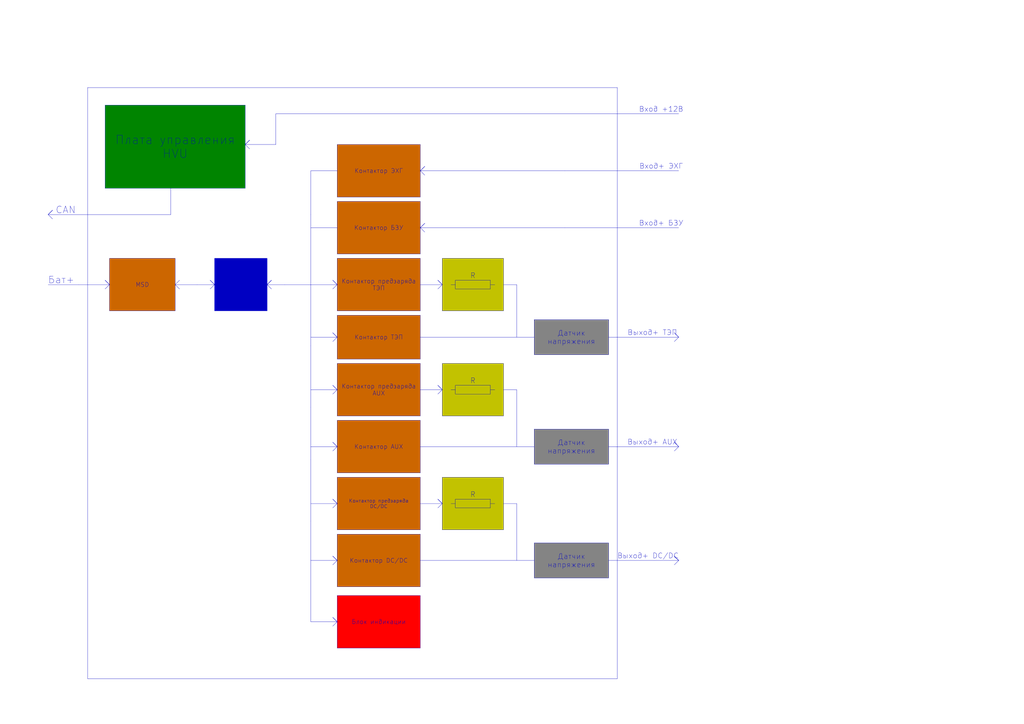
<source format=kicad_sch>
(kicad_sch
	(version 20231120)
	(generator "eeschema")
	(generator_version "8.0")
	(uuid "ccb947bb-23f7-41f0-8290-83377672ffcc")
	(paper "A2")
	(title_block
		(title "Блок коммутаций HVU")
		(company "ООО \"Электротранспортные технологии\"")
		(comment 1 "НВЦТ. 0001.0400.001 Э1")
	)
	(lib_symbols)
	(polyline
		(pts
			(xy 243.84 259.08) (xy 309.88 259.08)
		)
		(stroke
			(width 0)
			(type default)
		)
		(uuid "06dd996b-43f3-4a0e-a4b3-534838adbf14")
	)
	(polyline
		(pts
			(xy 391.16 322.58) (xy 393.7 325.12)
		)
		(stroke
			(width 0)
			(type default)
		)
		(uuid "099f2b23-2692-4dea-886d-b12247e45d64")
	)
	(polyline
		(pts
			(xy 180.34 132.08) (xy 195.58 132.08)
		)
		(stroke
			(width 0)
			(type default)
		)
		(uuid "0b3191bc-58bf-4f17-a33f-b4c8950fd35a")
	)
	(polyline
		(pts
			(xy 254 167.64) (xy 256.54 165.1)
		)
		(stroke
			(width 0)
			(type default)
		)
		(uuid "0c82b8e5-2c37-46f2-bcd1-36008c1983ce")
	)
	(polyline
		(pts
			(xy 180.34 226.06) (xy 195.58 226.06)
		)
		(stroke
			(width 0)
			(type default)
		)
		(uuid "0ddb6e58-defc-44cb-9ab5-68b39f8b5170")
	)
	(polyline
		(pts
			(xy 391.16 327.66) (xy 393.7 325.12)
		)
		(stroke
			(width 0)
			(type default)
		)
		(uuid "0fa58b19-b476-42a1-8737-c8e03a17eebf")
	)
	(polyline
		(pts
			(xy 391.16 261.62) (xy 393.7 259.08)
		)
		(stroke
			(width 0)
			(type default)
		)
		(uuid "11ac5576-2464-4c3b-9856-33e1c34b1c42")
	)
	(polyline
		(pts
			(xy 104.14 162.56) (xy 101.6 165.1)
		)
		(stroke
			(width 0)
			(type default)
		)
		(uuid "18b7785c-1ced-426b-a790-232a6c537bcd")
	)
	(polyline
		(pts
			(xy 243.84 99.06) (xy 327.66 99.06)
		)
		(stroke
			(width 0)
			(type default)
		)
		(uuid "1b965eae-b0a0-4529-9e0e-1dc1fa839f9b")
	)
	(polyline
		(pts
			(xy 243.84 99.06) (xy 246.38 101.6)
		)
		(stroke
			(width 0)
			(type default)
		)
		(uuid "1ff40712-07b0-424f-825f-01b7094f1196")
	)
	(polyline
		(pts
			(xy 154.94 165.1) (xy 157.48 167.64)
		)
		(stroke
			(width 0)
			(type default)
		)
		(uuid "216bcc35-5e5f-4c0c-8e43-72211cf1bfe9")
	)
	(polyline
		(pts
			(xy 391.16 256.54) (xy 393.7 259.08)
		)
		(stroke
			(width 0)
			(type default)
		)
		(uuid "228d4a94-bb1c-4f6c-a089-05c494813a3e")
	)
	(polyline
		(pts
			(xy 243.84 132.08) (xy 246.38 129.54)
		)
		(stroke
			(width 0)
			(type default)
		)
		(uuid "23975f49-561c-4f19-b021-14d14bd1af35")
	)
	(polyline
		(pts
			(xy 243.84 132.08) (xy 246.38 134.62)
		)
		(stroke
			(width 0)
			(type default)
		)
		(uuid "24666026-8b60-4d4b-9280-230f3dbd8805")
	)
	(polyline
		(pts
			(xy 160.02 66.04) (xy 393.7 66.04)
		)
		(stroke
			(width 0)
			(type default)
		)
		(uuid "253f50df-f02c-4bfa-be19-9be842613a17")
	)
	(polyline
		(pts
			(xy 180.34 302.26) (xy 180.34 325.12)
		)
		(stroke
			(width 0)
			(type default)
		)
		(uuid "274de40f-1f07-44b8-8c7b-43141dd3f3f0")
	)
	(polyline
		(pts
			(xy 193.04 327.66) (xy 195.58 325.12)
		)
		(stroke
			(width 0)
			(type default)
		)
		(uuid "28627060-bd1e-4969-a469-70d5e7cca379")
	)
	(polyline
		(pts
			(xy 327.66 99.06) (xy 393.7 99.06)
		)
		(stroke
			(width 0)
			(type default)
		)
		(uuid "2de92f2c-0fc2-4d5b-b53d-129a3d4ac1ba")
	)
	(polyline
		(pts
			(xy 254 223.52) (xy 256.54 226.06)
		)
		(stroke
			(width 0)
			(type default)
		)
		(uuid "2edd64f1-e681-4c02-8655-bf5d0d76b87b")
	)
	(polyline
		(pts
			(xy 27.94 124.46) (xy 99.06 124.46)
		)
		(stroke
			(width 0)
			(type default)
		)
		(uuid "33128d1c-f292-45a9-87d0-ed8e23985221")
	)
	(polyline
		(pts
			(xy 45.72 165.1) (xy 63.5 165.1)
		)
		(stroke
			(width 0)
			(type default)
		)
		(uuid "34430d93-2b37-4b87-aadf-294149e59f52")
	)
	(polyline
		(pts
			(xy 358.14 195.58) (xy 393.7 195.58)
		)
		(stroke
			(width 0)
			(type default)
		)
		(uuid "34c9e53d-caad-47b2-b7d0-bb8f4b464337")
	)
	(polyline
		(pts
			(xy 358.14 259.08) (xy 393.7 259.08)
		)
		(stroke
			(width 0)
			(type default)
		)
		(uuid "35ec1812-0b7e-4380-b9f1-55b1014f7de4")
	)
	(polyline
		(pts
			(xy 180.34 124.46) (xy 180.34 165.1)
		)
		(stroke
			(width 0)
			(type default)
		)
		(uuid "36d12602-edd4-4ac8-8b3a-1df6089e21ac")
	)
	(polyline
		(pts
			(xy 180.34 325.12) (xy 195.58 325.12)
		)
		(stroke
			(width 0)
			(type default)
		)
		(uuid "38e42412-2ee3-4b3b-9e9d-8b148774968e")
	)
	(polyline
		(pts
			(xy 180.34 325.12) (xy 180.34 360.68)
		)
		(stroke
			(width 0)
			(type default)
		)
		(uuid "39cdcc8b-5eb3-45f2-a834-0eec796c0c8f")
	)
	(polyline
		(pts
			(xy 193.04 261.62) (xy 195.58 259.08)
		)
		(stroke
			(width 0)
			(type default)
		)
		(uuid "3a621418-d9b9-4e3b-83ee-b899dbb3f4ec")
	)
	(polyline
		(pts
			(xy 60.96 167.64) (xy 63.5 165.1)
		)
		(stroke
			(width 0)
			(type default)
		)
		(uuid "3e648f36-ea52-4db4-85e2-c9afc87abe0a")
	)
	(polyline
		(pts
			(xy 193.04 294.64) (xy 195.58 292.1)
		)
		(stroke
			(width 0)
			(type default)
		)
		(uuid "41efc411-4b2c-45bc-8875-f13aecd085f9")
	)
	(polyline
		(pts
			(xy 299.72 165.1) (xy 299.72 195.58)
		)
		(stroke
			(width 0)
			(type default)
		)
		(uuid "43008ad4-ccc9-4817-af36-32619a7d78d7")
	)
	(polyline
		(pts
			(xy 142.24 83.82) (xy 144.78 86.36)
		)
		(stroke
			(width 0)
			(type default)
		)
		(uuid "45c33cbb-a1e8-4581-8208-62f707cd3c30")
	)
	(polyline
		(pts
			(xy 243.84 132.08) (xy 246.38 129.54)
		)
		(stroke
			(width 0)
			(type default)
		)
		(uuid "46b68a4c-9100-45a9-8f28-ade955612afa")
	)
	(polyline
		(pts
			(xy 353.06 259.08) (xy 358.14 259.08)
		)
		(stroke
			(width 0)
			(type default)
		)
		(uuid "49228162-0421-4b84-9bfc-60c0e978c546")
	)
	(polyline
		(pts
			(xy 193.04 289.56) (xy 195.58 292.1)
		)
		(stroke
			(width 0)
			(type default)
		)
		(uuid "4d634662-fa7a-4866-acfe-ea3fd7bbf711")
	)
	(polyline
		(pts
			(xy 193.04 193.04) (xy 195.58 195.58)
		)
		(stroke
			(width 0)
			(type default)
		)
		(uuid "4e9ce879-29b3-419d-85b6-82217dc0d235")
	)
	(polyline
		(pts
			(xy 391.16 198.12) (xy 393.7 195.58)
		)
		(stroke
			(width 0)
			(type default)
		)
		(uuid "50860cb7-1d9c-4213-bbf4-b0757dc82014")
	)
	(polyline
		(pts
			(xy 180.34 195.58) (xy 195.58 195.58)
		)
		(stroke
			(width 0)
			(type default)
		)
		(uuid "51f40344-606e-4bc5-8d61-54f13e4fb6a5")
	)
	(polyline
		(pts
			(xy 254 228.6) (xy 256.54 226.06)
		)
		(stroke
			(width 0)
			(type default)
		)
		(uuid "57b6caf3-8a25-49f9-b5c0-ac696c95f2bc")
	)
	(polyline
		(pts
			(xy 180.34 292.1) (xy 195.58 292.1)
		)
		(stroke
			(width 0)
			(type default)
		)
		(uuid "598e77f7-5205-4c48-9d6b-799f05ce8653")
	)
	(polyline
		(pts
			(xy 292.1 165.1) (xy 299.72 165.1)
		)
		(stroke
			(width 0)
			(type default)
		)
		(uuid "5b31bc93-2e68-468c-b1a4-4ba4e16cdd82")
	)
	(polyline
		(pts
			(xy 101.6 165.1) (xy 114.3 165.1)
		)
		(stroke
			(width 0)
			(type default)
		)
		(uuid "5ea8abb1-6794-4a29-8742-ac6c85b790bf")
	)
	(polyline
		(pts
			(xy 121.92 162.56) (xy 124.46 165.1)
		)
		(stroke
			(width 0)
			(type default)
		)
		(uuid "5f51bdd2-57de-431f-a46a-dbc88f8b2910")
	)
	(polyline
		(pts
			(xy 180.34 266.7) (xy 180.34 302.26)
		)
		(stroke
			(width 0)
			(type default)
		)
		(uuid "5f8d4651-cede-4bd1-ad08-586b0cafc07a")
	)
	(polyline
		(pts
			(xy 180.34 165.1) (xy 195.58 165.1)
		)
		(stroke
			(width 0)
			(type default)
		)
		(uuid "61e77d2b-4135-405a-8bb3-2d43c6d1f074")
	)
	(polyline
		(pts
			(xy 104.14 167.64) (xy 101.6 165.1)
		)
		(stroke
			(width 0)
			(type default)
		)
		(uuid "6471297f-7d10-4f63-aae7-aff29ee2c0cc")
	)
	(polyline
		(pts
			(xy 154.94 165.1) (xy 157.48 162.56)
		)
		(stroke
			(width 0)
			(type default)
		)
		(uuid "69bbee40-3415-4841-a17e-1f13fc472109")
	)
	(polyline
		(pts
			(xy 254 162.56) (xy 256.54 165.1)
		)
		(stroke
			(width 0)
			(type default)
		)
		(uuid "6a25b385-24a3-4c04-bb88-72180a87b4f3")
	)
	(polyline
		(pts
			(xy 193.04 223.52) (xy 195.58 226.06)
		)
		(stroke
			(width 0)
			(type default)
		)
		(uuid "6a450875-c423-43df-b702-4500ee15f74a")
	)
	(polyline
		(pts
			(xy 391.16 322.58) (xy 393.7 325.12)
		)
		(stroke
			(width 0)
			(type default)
		)
		(uuid "6c059c61-066e-4665-8a85-37e867c2ade6")
	)
	(polyline
		(pts
			(xy 180.34 259.08) (xy 195.58 259.08)
		)
		(stroke
			(width 0)
			(type default)
		)
		(uuid "6c9cacd9-3f23-4b47-a15d-1b6ce64814da")
	)
	(polyline
		(pts
			(xy 193.04 358.14) (xy 195.58 360.68)
		)
		(stroke
			(width 0)
			(type default)
		)
		(uuid "70118163-02bd-4d54-bcb1-bd4dc10dc025")
	)
	(polyline
		(pts
			(xy 243.84 292.1) (xy 256.54 292.1)
		)
		(stroke
			(width 0)
			(type default)
		)
		(uuid "704b3561-9e3c-4dd0-8565-79c7f4287f9f")
	)
	(polyline
		(pts
			(xy 254 162.56) (xy 256.54 165.1)
		)
		(stroke
			(width 0)
			(type default)
		)
		(uuid "714d95fa-d80c-42d7-af93-cee8e402c838")
	)
	(polyline
		(pts
			(xy 254 289.56) (xy 256.54 292.1)
		)
		(stroke
			(width 0)
			(type default)
		)
		(uuid "71bb7771-98aa-4b7e-94e3-a5efc54c8a45")
	)
	(polyline
		(pts
			(xy 121.92 167.64) (xy 124.46 165.1)
		)
		(stroke
			(width 0)
			(type default)
		)
		(uuid "7666a36b-f7e6-4819-82f7-df7ad3bca8f1")
	)
	(polyline
		(pts
			(xy 327.66 132.08) (xy 393.7 132.08)
		)
		(stroke
			(width 0)
			(type default)
		)
		(uuid "7c981a9d-d0ae-4bdf-98bb-bfdcb40861e3")
	)
	(polyline
		(pts
			(xy 243.84 325.12) (xy 309.88 325.12)
		)
		(stroke
			(width 0)
			(type default)
		)
		(uuid "7cb8dcdd-d58c-4f57-8c65-3a6c680645ae")
	)
	(polyline
		(pts
			(xy 180.34 99.06) (xy 195.58 99.06)
		)
		(stroke
			(width 0)
			(type default)
		)
		(uuid "7ddf1fa2-55cd-4f7e-b9c8-b5d7bd0d9de2")
	)
	(polyline
		(pts
			(xy 243.84 132.08) (xy 246.38 132.08)
		)
		(stroke
			(width 0)
			(type default)
		)
		(uuid "7e35f446-ced1-4c63-afad-b2484c21319d")
	)
	(polyline
		(pts
			(xy 27.94 124.46) (xy 30.48 121.92)
		)
		(stroke
			(width 0)
			(type default)
		)
		(uuid "803591f6-7413-4b08-9332-533d18c63a31")
	)
	(polyline
		(pts
			(xy 60.96 162.56) (xy 63.5 165.1)
		)
		(stroke
			(width 0)
			(type default)
		)
		(uuid "834cbec6-6ecd-4c24-9ac0-0fd36da16a0b")
	)
	(polyline
		(pts
			(xy 27.94 165.1) (xy 45.72 165.1)
		)
		(stroke
			(width 0)
			(type default)
		)
		(uuid "857df2cc-3159-42e4-b8f9-2a2c647638bf")
	)
	(polyline
		(pts
			(xy 261.62 292.1) (xy 264.16 292.1)
		)
		(stroke
			(width 0)
			(type default)
		)
		(uuid "85a1151e-f0f6-445c-b5fb-6fd4b5a3e17e")
	)
	(polyline
		(pts
			(xy 180.34 165.1) (xy 180.34 200.66)
		)
		(stroke
			(width 0)
			(type default)
		)
		(uuid "8747dfff-9dca-4f90-980c-0f7703a89876")
	)
	(polyline
		(pts
			(xy 193.04 256.54) (xy 195.58 259.08)
		)
		(stroke
			(width 0)
			(type default)
		)
		(uuid "894f9873-8118-4026-8ff6-80223141a7b4")
	)
	(polyline
		(pts
			(xy 193.04 358.14) (xy 195.58 360.68)
		)
		(stroke
			(width 0)
			(type default)
		)
		(uuid "8e090fc8-b969-407a-80ce-828ab4397d93")
	)
	(polyline
		(pts
			(xy 353.06 195.58) (xy 358.14 195.58)
		)
		(stroke
			(width 0)
			(type default)
		)
		(uuid "8e2f6f3b-c0b3-49fd-86a8-1e419c6925bd")
	)
	(polyline
		(pts
			(xy 114.3 165.1) (xy 124.46 165.1)
		)
		(stroke
			(width 0)
			(type default)
		)
		(uuid "91c9176f-1844-40ea-93c9-110561b10b82")
	)
	(polyline
		(pts
			(xy 299.72 292.1) (xy 299.72 325.12)
		)
		(stroke
			(width 0)
			(type default)
		)
		(uuid "927cee1e-d06c-4fa1-b268-cd3f21020e00")
	)
	(polyline
		(pts
			(xy 99.06 109.22) (xy 99.06 124.46)
		)
		(stroke
			(width 0)
			(type default)
		)
		(uuid "94ada27e-ff52-477d-aa71-604006c564e1")
	)
	(polyline
		(pts
			(xy 165.1 165.1) (xy 180.34 165.1)
		)
		(stroke
			(width 0)
			(type default)
		)
		(uuid "9751329a-3192-466f-9a71-9b8cc92ecbac")
	)
	(polyline
		(pts
			(xy 254 294.64) (xy 256.54 292.1)
		)
		(stroke
			(width 0)
			(type default)
		)
		(uuid "98c40b8f-ccce-4abb-abc3-35ae129702ab")
	)
	(polyline
		(pts
			(xy 180.34 259.08) (xy 180.34 266.7)
		)
		(stroke
			(width 0)
			(type default)
		)
		(uuid "9aad92f3-0e3f-422a-9961-fae9b2bc0eb7")
	)
	(polyline
		(pts
			(xy 27.94 124.46) (xy 30.48 121.92)
		)
		(stroke
			(width 0)
			(type default)
		)
		(uuid "9b0ab5c8-565b-433f-b53b-37ae64821a68")
	)
	(polyline
		(pts
			(xy 142.24 83.82) (xy 160.02 83.82)
		)
		(stroke
			(width 0)
			(type default)
		)
		(uuid "9cdf1348-cba3-4e27-84d3-d42be4bd0b82")
	)
	(polyline
		(pts
			(xy 391.16 256.54) (xy 393.7 259.08)
		)
		(stroke
			(width 0)
			(type default)
		)
		(uuid "9ed0207a-d964-4957-a8fc-3b417233a57e")
	)
	(polyline
		(pts
			(xy 299.72 226.06) (xy 299.72 259.08)
		)
		(stroke
			(width 0)
			(type default)
		)
		(uuid "a1510779-0365-4082-af35-c4d255d0c664")
	)
	(polyline
		(pts
			(xy 284.48 226.06) (xy 287.02 226.06)
		)
		(stroke
			(width 0)
			(type default)
		)
		(uuid "a1f410f8-d478-4997-8a41-2e0c9d4e19d1")
	)
	(polyline
		(pts
			(xy 391.16 193.04) (xy 393.7 195.58)
		)
		(stroke
			(width 0)
			(type default)
		)
		(uuid "a256afa5-e2e9-4e51-87c7-54dcc93914d9")
	)
	(polyline
		(pts
			(xy 60.96 162.56) (xy 63.5 165.1)
		)
		(stroke
			(width 0)
			(type default)
		)
		(uuid "a4678507-15e0-43a8-a1d4-9a20ee0cb065")
	)
	(polyline
		(pts
			(xy 243.84 195.58) (xy 309.88 195.58)
		)
		(stroke
			(width 0)
			(type default)
		)
		(uuid "a568282f-0f1c-413d-b00e-7911242baffe")
	)
	(polyline
		(pts
			(xy 261.62 165.1) (xy 264.16 165.1)
		)
		(stroke
			(width 0)
			(type default)
		)
		(uuid "a57bc494-08aa-4667-aac6-2a78e379063b")
	)
	(polyline
		(pts
			(xy 180.34 99.06) (xy 180.34 124.46)
		)
		(stroke
			(width 0)
			(type default)
		)
		(uuid "a66b571e-f33e-4c20-b60f-4b6009b1f1d3")
	)
	(polyline
		(pts
			(xy 292.1 226.06) (xy 299.72 226.06)
		)
		(stroke
			(width 0)
			(type default)
		)
		(uuid "a754fa7f-d342-46eb-b967-8d664e253199")
	)
	(polyline
		(pts
			(xy 142.24 83.82) (xy 144.78 81.28)
		)
		(stroke
			(width 0)
			(type default)
		)
		(uuid "aaa6d638-5878-4c81-84d7-a57e203cf9be")
	)
	(polyline
		(pts
			(xy 284.48 292.1) (xy 287.02 292.1)
		)
		(stroke
			(width 0)
			(type default)
		)
		(uuid "b25b8de9-91dc-4670-903f-58f9540e7059")
	)
	(polyline
		(pts
			(xy 246.38 96.52) (xy 243.84 99.06)
		)
		(stroke
			(width 0)
			(type default)
		)
		(uuid "b2c28fd9-32b0-4c7e-8621-244c34b6928b")
	)
	(polyline
		(pts
			(xy 180.34 236.22) (xy 180.34 259.08)
		)
		(stroke
			(width 0)
			(type default)
		)
		(uuid "b4d2bdfb-5537-4ce5-b590-e60278464fb2")
	)
	(polyline
		(pts
			(xy 193.04 223.52) (xy 195.58 226.06)
		)
		(stroke
			(width 0)
			(type default)
		)
		(uuid "b5fc2cf5-22e8-45d0-8567-ffd530d9cff7")
	)
	(polyline
		(pts
			(xy 243.84 226.06) (xy 256.54 226.06)
		)
		(stroke
			(width 0)
			(type default)
		)
		(uuid "b8db80a9-d422-472e-8bdd-517461fa5814")
	)
	(polyline
		(pts
			(xy 243.84 165.1) (xy 256.54 165.1)
		)
		(stroke
			(width 0)
			(type default)
		)
		(uuid "bd3b6526-6902-4eb8-aa2b-30e835e36433")
	)
	(polyline
		(pts
			(xy 193.04 322.58) (xy 195.58 325.12)
		)
		(stroke
			(width 0)
			(type default)
		)
		(uuid "c0173d27-0fdc-4604-bcf2-e9e64b1d1e6c")
	)
	(polyline
		(pts
			(xy 193.04 167.64) (xy 195.58 165.1)
		)
		(stroke
			(width 0)
			(type default)
		)
		(uuid "c40990a5-4973-468d-a453-33b771904e2b")
	)
	(polyline
		(pts
			(xy 193.04 193.04) (xy 195.58 195.58)
		)
		(stroke
			(width 0)
			(type default)
		)
		(uuid "c5949691-1766-4cf9-a1b2-41891d4e804b")
	)
	(polyline
		(pts
			(xy 292.1 292.1) (xy 299.72 292.1)
		)
		(stroke
			(width 0)
			(type default)
		)
		(uuid "c5c91521-cd47-485c-bfd9-5eca16103e68")
	)
	(polyline
		(pts
			(xy 180.34 200.66) (xy 180.34 236.22)
		)
		(stroke
			(width 0)
			(type default)
		)
		(uuid "c714efab-437f-4040-840c-1cfddfd161a1")
	)
	(polyline
		(pts
			(xy 254 289.56) (xy 256.54 292.1)
		)
		(stroke
			(width 0)
			(type default)
		)
		(uuid "c7d97229-3565-4516-a76f-c7a49bed6d38")
	)
	(polyline
		(pts
			(xy 261.62 226.06) (xy 264.16 226.06)
		)
		(stroke
			(width 0)
			(type default)
		)
		(uuid "cacc4379-7e32-4c16-8293-ae87248e2e42")
	)
	(polyline
		(pts
			(xy 243.84 99.06) (xy 246.38 96.52)
		)
		(stroke
			(width 0)
			(type default)
		)
		(uuid "d0cdfe7f-784d-4a22-b24b-cd2bc2ec7b51")
	)
	(polyline
		(pts
			(xy 254 223.52) (xy 256.54 226.06)
		)
		(stroke
			(width 0)
			(type default)
		)
		(uuid "d2d27c7a-00dc-4a9b-a9f1-4a6c6e84dd49")
	)
	(polyline
		(pts
			(xy 193.04 162.56) (xy 195.58 165.1)
		)
		(stroke
			(width 0)
			(type default)
		)
		(uuid "d46d8bb5-7712-4803-a3e2-143603945e58")
	)
	(polyline
		(pts
			(xy 193.04 198.12) (xy 195.58 195.58)
		)
		(stroke
			(width 0)
			(type default)
		)
		(uuid "d83babdb-2f2b-4c64-b392-dfbc3f2d7686")
	)
	(polyline
		(pts
			(xy 358.14 325.12) (xy 393.7 325.12)
		)
		(stroke
			(width 0)
			(type default)
		)
		(uuid "d8a769c0-5fac-412b-904a-948b4e1a1e11")
	)
	(polyline
		(pts
			(xy 121.92 162.56) (xy 124.46 165.1)
		)
		(stroke
			(width 0)
			(type default)
		)
		(uuid "d90e67f8-a1fc-4206-90f4-6ed260099ae3")
	)
	(polyline
		(pts
			(xy 180.34 360.68) (xy 195.58 360.68)
		)
		(stroke
			(width 0)
			(type default)
		)
		(uuid "d9a6e25f-da58-49fa-b8a9-251959d82651")
	)
	(polyline
		(pts
			(xy 193.04 228.6) (xy 195.58 226.06)
		)
		(stroke
			(width 0)
			(type default)
		)
		(uuid "e1894bf8-7c95-4dce-aaae-433ee2507d10")
	)
	(polyline
		(pts
			(xy 193.04 363.22) (xy 195.58 360.68)
		)
		(stroke
			(width 0)
			(type default)
		)
		(uuid "e23ff4f7-f3e9-47ef-b55a-da784a0bea43")
	)
	(polyline
		(pts
			(xy 160.02 66.04) (xy 160.02 83.82)
		)
		(stroke
			(width 0)
			(type default)
		)
		(uuid "e4064a04-46ab-4612-9ba8-dd118366068a")
	)
	(polyline
		(pts
			(xy 154.94 165.1) (xy 157.48 162.56)
		)
		(stroke
			(width 0)
			(type default)
		)
		(uuid "e52baa9b-75bd-4d76-be3a-f051fd99a576")
	)
	(polyline
		(pts
			(xy 246.38 132.08) (xy 327.66 132.08)
		)
		(stroke
			(width 0)
			(type default)
		)
		(uuid "e8c13276-5ca5-46d5-8b67-aee48a341b4d")
	)
	(polyline
		(pts
			(xy 27.94 124.46) (xy 30.48 127)
		)
		(stroke
			(width 0)
			(type default)
		)
		(uuid "e9de650b-df0f-4230-9fec-806a600f30fb")
	)
	(polyline
		(pts
			(xy 154.94 165.1) (xy 165.1 165.1)
		)
		(stroke
			(width 0)
			(type default)
		)
		(uuid "ed316017-4485-4fac-9c51-5d83903a0866")
	)
	(polyline
		(pts
			(xy 193.04 256.54) (xy 195.58 259.08)
		)
		(stroke
			(width 0)
			(type default)
		)
		(uuid "f1d76064-52ea-41dd-8beb-09c2a2363f70")
	)
	(polyline
		(pts
			(xy 284.48 165.1) (xy 287.02 165.1)
		)
		(stroke
			(width 0)
			(type default)
		)
		(uuid "f419935f-a55f-4b8a-b5a7-62699586ddcb")
	)
	(polyline
		(pts
			(xy 142.24 83.82) (xy 144.78 81.28)
		)
		(stroke
			(width 0)
			(type default)
		)
		(uuid "f5b840d8-dd79-4c3e-acf4-7b0155a59dbb")
	)
	(polyline
		(pts
			(xy 353.06 325.12) (xy 358.14 325.12)
		)
		(stroke
			(width 0)
			(type default)
		)
		(uuid "f5c1a76b-047c-411c-b9f9-7dfddced8ef0")
	)
	(polyline
		(pts
			(xy 193.04 322.58) (xy 195.58 325.12)
		)
		(stroke
			(width 0)
			(type default)
		)
		(uuid "f81a69a1-19e8-4593-9df2-91493747dc43")
	)
	(polyline
		(pts
			(xy 391.16 193.04) (xy 393.7 195.58)
		)
		(stroke
			(width 0)
			(type default)
		)
		(uuid "f83f082e-955a-4d87-9400-2637bfab252e")
	)
	(polyline
		(pts
			(xy 193.04 162.56) (xy 195.58 165.1)
		)
		(stroke
			(width 0)
			(type default)
		)
		(uuid "f8e04cb5-7137-462d-8a86-cef497343129")
	)
	(polyline
		(pts
			(xy 193.04 289.56) (xy 195.58 292.1)
		)
		(stroke
			(width 0)
			(type default)
		)
		(uuid "fee3a4f0-2099-4215-b65e-62c7fbde7bbc")
	)
	(rectangle
		(start 264.16 162.56)
		(end 284.48 167.64)
		(stroke
			(width 0)
			(type default)
		)
		(fill
			(type none)
		)
		(uuid 587db494-2196-4e83-a527-8f251a84bd41)
	)
	(rectangle
		(start 256.54 149.86)
		(end 292.1 180.34)
		(stroke
			(width 0)
			(type default)
		)
		(fill
			(type color)
			(color 194 194 0 1)
		)
		(uuid 63696b50-4d43-4ae5-ae6a-4edb7510dc3b)
	)
	(rectangle
		(start 50.8 50.8)
		(end 358.14 393.7)
		(stroke
			(width 0)
			(type default)
		)
		(fill
			(type none)
		)
		(uuid 8b229ef6-9283-4ea2-9b7b-d996d32d0f88)
	)
	(rectangle
		(start 256.54 276.86)
		(end 292.1 307.34)
		(stroke
			(width 0)
			(type default)
		)
		(fill
			(type color)
			(color 194 194 0 1)
		)
		(uuid ab6060ee-ba48-40a1-8532-b8af3f1f1414)
	)
	(rectangle
		(start 264.16 289.56)
		(end 284.48 294.64)
		(stroke
			(width 0)
			(type default)
		)
		(fill
			(type none)
		)
		(uuid c81cf813-4538-4e4b-be1f-4c2a863840c4)
	)
	(rectangle
		(start 264.16 223.52)
		(end 284.48 228.6)
		(stroke
			(width 0)
			(type default)
		)
		(fill
			(type none)
		)
		(uuid da647670-aa75-41b2-ac62-ca4446562156)
	)
	(rectangle
		(start 256.54 210.82)
		(end 292.1 241.3)
		(stroke
			(width 0)
			(type default)
		)
		(fill
			(type color)
			(color 194 194 0 1)
		)
		(uuid e35b7b72-b340-4e54-ac25-16170f0889af)
	)
	(text_box "Контактор предзаряда DC/DC"
		(exclude_from_sim no)
		(at 195.58 276.86 0)
		(size 48.26 30.48)
		(stroke
			(width 0)
			(type default)
		)
		(fill
			(type color)
			(color 204 102 0 1)
		)
		(effects
			(font
				(size 2 2)
			)
		)
		(uuid "019a3cf5-043e-4dd6-a3e9-e2affade074b")
	)
	(text_box "Контактор ТЭП"
		(exclude_from_sim no)
		(at 195.58 182.88 0)
		(size 48.26 25.4)
		(stroke
			(width 0)
			(type default)
		)
		(fill
			(type color)
			(color 204 102 0 1)
		)
		(effects
			(font
				(size 2.5 2.5)
			)
		)
		(uuid "06086df4-8acb-42f3-8e69-77ab2f870124")
	)
	(text_box "Контактор БЗУ"
		(exclude_from_sim no)
		(at 195.58 116.84 0)
		(size 48.26 30.48)
		(stroke
			(width 0)
			(type default)
		)
		(fill
			(type color)
			(color 204 102 0 1)
		)
		(effects
			(font
				(size 2.5 2.5)
			)
		)
		(uuid "0d29f2d0-5839-4131-82ec-551e1fde968b")
	)
	(text_box "Датчик напряжения"
		(exclude_from_sim no)
		(at 309.88 248.92 0)
		(size 43.18 20.32)
		(stroke
			(width 0)
			(type default)
		)
		(fill
			(type color)
			(color 132 132 132 1)
		)
		(effects
			(font
				(size 3 3)
			)
		)
		(uuid "2804f626-f2c4-4e43-a190-d2e77b9b06d7")
	)
	(text_box "Контактор AUX"
		(exclude_from_sim no)
		(at 195.58 243.84 0)
		(size 48.26 30.48)
		(stroke
			(width 0)
			(type default)
		)
		(fill
			(type color)
			(color 204 102 0 1)
		)
		(effects
			(font
				(size 2.5 2.5)
			)
		)
		(uuid "2dd67e6e-7a19-457c-9c8f-f490e152d862")
	)
	(text_box "Датчик напряжения"
		(exclude_from_sim no)
		(at 309.88 314.96 0)
		(size 43.18 20.32)
		(stroke
			(width 0)
			(type default)
		)
		(fill
			(type color)
			(color 132 132 132 1)
		)
		(effects
			(font
				(size 3 3)
			)
		)
		(uuid "42e20d22-69a3-47ff-b9e0-28bbf5eb5ecd")
	)
	(text_box "Контактор ЭХГ"
		(exclude_from_sim no)
		(at 195.58 83.82 0)
		(size 48.26 30.48)
		(stroke
			(width 0)
			(type default)
		)
		(fill
			(type color)
			(color 204 102 0 1)
		)
		(effects
			(font
				(size 2.5 2.5)
			)
		)
		(uuid "6f6bbb7e-45fd-46e4-85b5-f4fac6eedb14")
	)
	(text_box "Контактор предзаряда AUX"
		(exclude_from_sim no)
		(at 195.58 210.82 0)
		(size 48.26 30.48)
		(stroke
			(width 0)
			(type default)
		)
		(fill
			(type color)
			(color 204 102 0 1)
		)
		(effects
			(font
				(size 2.5 2.5)
			)
		)
		(uuid "754e8099-80a4-4d68-b48f-8d91d2ef8b49")
	)
	(text_box "Контактор предзаряда ТЭП"
		(exclude_from_sim no)
		(at 195.58 149.86 0)
		(size 48.26 30.48)
		(stroke
			(width 0)
			(type default)
		)
		(fill
			(type color)
			(color 204 102 0 1)
		)
		(effects
			(font
				(size 2.5 2.5)
			)
		)
		(uuid "7668bc8f-8a8a-4f03-a21d-32c11f1879fa")
	)
	(text_box "Блок индикации"
		(exclude_from_sim no)
		(at 195.58 345.44 0)
		(size 48.26 30.48)
		(stroke
			(width 0)
			(type default)
		)
		(fill
			(type color)
			(color 255 0 0 1)
		)
		(effects
			(font
				(size 2.5 2.5)
			)
		)
		(uuid "89f9e9d9-5b38-4fbc-8ede-e0dc9ca377db")
	)
	(text_box "Контактор DC/DC"
		(exclude_from_sim no)
		(at 195.58 309.88 0)
		(size 48.26 30.48)
		(stroke
			(width 0)
			(type default)
		)
		(fill
			(type color)
			(color 204 102 0 1)
		)
		(effects
			(font
				(size 2.5 2.5)
			)
		)
		(uuid "8d59871e-e65b-41d6-bc5d-2bddf527b03f")
	)
	(text_box "Плата управления HVU"
		(exclude_from_sim no)
		(at 60.96 60.96 0)
		(size 81.28 48.26)
		(stroke
			(width 0)
			(type default)
		)
		(fill
			(type color)
			(color 0 132 0 1)
		)
		(effects
			(font
				(size 5 5)
			)
		)
		(uuid "a7ba95d7-a95f-4386-a6f7-70a6826c4a74")
	)
	(text_box "Датчик тока"
		(exclude_from_sim no)
		(at 124.46 149.86 0)
		(size 30.48 30.48)
		(stroke
			(width 0)
			(type default)
		)
		(fill
			(type color)
			(color 0 0 194 1)
		)
		(effects
			(font
				(size 2.5 2.5)
			)
		)
		(uuid "b1cf9845-e829-4fb5-9c64-353cce947967")
	)
	(text_box "MSD"
		(exclude_from_sim no)
		(at 63.5 149.86 0)
		(size 38.1 30.48)
		(stroke
			(width 0)
			(type default)
		)
		(fill
			(type color)
			(color 204 102 0 1)
		)
		(effects
			(font
				(size 2.5 2.5)
			)
		)
		(uuid "f411119e-632c-4288-b7a1-71b3fbd1b5ec")
	)
	(text_box "Датчик напряжения"
		(exclude_from_sim no)
		(at 309.88 185.42 0)
		(size 43.18 20.32)
		(stroke
			(width 0)
			(type default)
		)
		(fill
			(type color)
			(color 132 132 132 1)
		)
		(effects
			(font
				(size 3 3)
			)
		)
		(uuid "f9c14fe5-ffdd-4a4f-9df8-ef923d5272bb")
	)
	(text "Выход+ AUX"
		(exclude_from_sim no)
		(at 378.46 256.54 0)
		(effects
			(font
				(size 3 3)
			)
		)
		(uuid "1ebe8e1c-7210-409e-b738-a246d2d95771")
	)
	(text "R"
		(exclude_from_sim no)
		(at 274.32 160.02 0)
		(effects
			(font
				(size 3 3)
			)
		)
		(uuid "364c7daf-32de-431d-975f-1b3ae54072fe")
	)
	(text "Выход+ DC/DC"
		(exclude_from_sim no)
		(at 375.92 322.58 0)
		(effects
			(font
				(size 3 3)
			)
		)
		(uuid "3df8705d-65d8-45f4-8bc2-7af62041f4da")
	)
	(text "Вход +12В"
		(exclude_from_sim no)
		(at 383.54 63.5 0)
		(effects
			(font
				(size 3 3)
			)
		)
		(uuid "44800475-1403-4c0c-ba71-459f1b8bfb44")
	)
	(text "Вход+ ЭХГ"
		(exclude_from_sim no)
		(at 383.54 96.52 0)
		(effects
			(font
				(size 3 3)
			)
		)
		(uuid "6e02a1ac-743d-4159-8087-39ec56635504")
	)
	(text "Выход+ ТЭП"
		(exclude_from_sim no)
		(at 378.46 193.04 0)
		(effects
			(font
				(size 3 3)
			)
		)
		(uuid "74dfe96e-10f1-42a7-a345-3cd858cde614")
	)
	(text "Бат+"
		(exclude_from_sim no)
		(at 35.56 162.56 0)
		(effects
			(font
				(size 4 4)
			)
		)
		(uuid "a38c8e86-a017-4b8b-b7bc-9eec51cf4593")
	)
	(text "Вход+ БЗУ"
		(exclude_from_sim no)
		(at 383.54 129.54 0)
		(effects
			(font
				(size 3 3)
			)
		)
		(uuid "a3b8a477-865a-46ff-a533-62c574c5b7cf")
	)
	(text "R"
		(exclude_from_sim no)
		(at 274.32 220.98 0)
		(effects
			(font
				(size 3 3)
			)
		)
		(uuid "af5d7687-32fa-4a8c-8370-c4cc17d4125e")
	)
	(text "CAN"
		(exclude_from_sim no)
		(at 38.1 121.92 0)
		(effects
			(font
				(size 4 4)
			)
		)
		(uuid "b7463de3-204c-44d1-93d4-f1d946d1216f")
	)
	(text "R"
		(exclude_from_sim no)
		(at 274.32 287.02 0)
		(effects
			(font
				(size 3 3)
			)
		)
		(uuid "fd41b236-8166-4ab5-bd17-fd550b400055")
	)
	(sheet_instances
		(path "/"
			(page "1")
		)
	)
)

</source>
